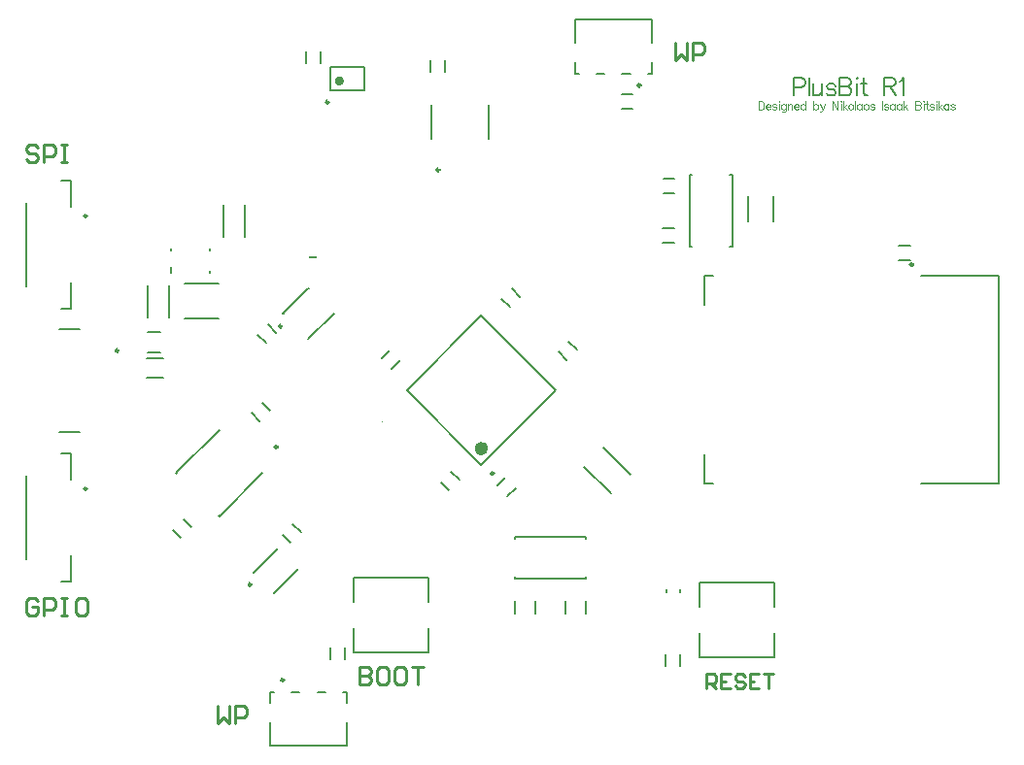
<source format=gbr>
%TF.GenerationSoftware,Altium Limited,Altium Designer,25.3.3 (18)*%
G04 Layer_Color=65535*
%FSLAX45Y45*%
%MOMM*%
%TF.SameCoordinates,C60B5D50-6102-498E-8A7F-52ABF2EF578F*%
%TF.FilePolarity,Positive*%
%TF.FileFunction,Legend,Top*%
%TF.Part,Single*%
G01*
G75*
%TA.AperFunction,NonConductor*%
%ADD68C,0.25000*%
%ADD69C,0.10000*%
%ADD70C,0.60000*%
%ADD71C,0.40000*%
%ADD72C,0.20000*%
%ADD73C,0.25400*%
%ADD74R,0.80000X0.15000*%
D68*
X13625000Y8508150D02*
G03*
X13625000Y8508150I-12500J0D01*
G01*
X8123548Y7970398D02*
G03*
X8123548Y7970398I-12500J0D01*
G01*
X9970459Y6687715D02*
G03*
X9970459Y6687715I-12500J0D01*
G01*
X11251000Y10072000D02*
G03*
X11251000Y10072000I-12500J0D01*
G01*
X8532500Y9925000D02*
G03*
X8532500Y9925000I-12500J0D01*
G01*
X6701000Y7758000D02*
G03*
X6701000Y7758000I-12500J0D01*
G01*
X6425000Y8932500D02*
G03*
X6425000Y8932500I-12500J0D01*
G01*
Y6552500D02*
G03*
X6425000Y6552500I-12500J0D01*
G01*
X8141500Y4885500D02*
G03*
X8141500Y4885500I-12500J0D01*
G01*
X8086322Y6915921D02*
G03*
X8086322Y6915921I-12500J0D01*
G01*
X9497400Y9333150D02*
G03*
X9497400Y9333150I-12500J0D01*
G01*
X7858726Y5717292D02*
G03*
X7858726Y5717292I-12500J0D01*
G01*
D69*
X9259925Y7014322D02*
G03*
X9259925Y7014322I-5000J0D01*
G01*
X9002575Y7135678D02*
G03*
X9002575Y7135678I-5000J0D01*
G01*
X9055075Y6923178D02*
G03*
X9055075Y6923178I-5000J0D01*
G01*
X12280000Y9930814D02*
Y9860828D01*
Y9930814D02*
X12303328D01*
X12313326Y9927481D01*
X12319992Y9920816D01*
X12323324Y9914150D01*
X12326657Y9904152D01*
Y9887489D01*
X12323324Y9877492D01*
X12319992Y9870826D01*
X12313326Y9864161D01*
X12303328Y9860828D01*
X12280000D01*
X12342320Y9887489D02*
X12382312D01*
Y9894155D01*
X12378979Y9900820D01*
X12375647Y9904152D01*
X12368981Y9907485D01*
X12358983D01*
X12352318Y9904152D01*
X12345653Y9897487D01*
X12342320Y9887489D01*
Y9880824D01*
X12345653Y9870826D01*
X12352318Y9864161D01*
X12358983Y9860828D01*
X12368981D01*
X12375647Y9864161D01*
X12382312Y9870826D01*
X12433967Y9897487D02*
X12430635Y9904152D01*
X12420637Y9907485D01*
X12410639D01*
X12400641Y9904152D01*
X12397308Y9897487D01*
X12400641Y9890822D01*
X12407306Y9887489D01*
X12423970Y9884157D01*
X12430635Y9880824D01*
X12433967Y9874159D01*
Y9870826D01*
X12430635Y9864161D01*
X12420637Y9860828D01*
X12410639D01*
X12400641Y9864161D01*
X12397308Y9870826D01*
X12455296Y9930814D02*
X12458629Y9927481D01*
X12461961Y9930814D01*
X12458629Y9934146D01*
X12455296Y9930814D01*
X12458629Y9907485D02*
Y9860828D01*
X12514284Y9907485D02*
Y9854163D01*
X12510951Y9844165D01*
X12507618Y9840833D01*
X12500953Y9837500D01*
X12490955D01*
X12484290Y9840833D01*
X12514284Y9897487D02*
X12507618Y9904152D01*
X12500953Y9907485D01*
X12490955D01*
X12484290Y9904152D01*
X12477625Y9897487D01*
X12474292Y9887489D01*
Y9880824D01*
X12477625Y9870826D01*
X12484290Y9864161D01*
X12490955Y9860828D01*
X12500953D01*
X12507618Y9864161D01*
X12514284Y9870826D01*
X12532946Y9907485D02*
Y9860828D01*
Y9894155D02*
X12542944Y9904152D01*
X12549609Y9907485D01*
X12559607D01*
X12566273Y9904152D01*
X12569605Y9894155D01*
Y9860828D01*
X12587934Y9887489D02*
X12627926D01*
Y9894155D01*
X12624593Y9900820D01*
X12621261Y9904152D01*
X12614596Y9907485D01*
X12604598D01*
X12597932Y9904152D01*
X12591267Y9897487D01*
X12587934Y9887489D01*
Y9880824D01*
X12591267Y9870826D01*
X12597932Y9864161D01*
X12604598Y9860828D01*
X12614596D01*
X12621261Y9864161D01*
X12627926Y9870826D01*
X12682914Y9930814D02*
Y9860828D01*
Y9897487D02*
X12676249Y9904152D01*
X12669584Y9907485D01*
X12659586D01*
X12652921Y9904152D01*
X12646255Y9897487D01*
X12642923Y9887489D01*
Y9880824D01*
X12646255Y9870826D01*
X12652921Y9864161D01*
X12659586Y9860828D01*
X12669584D01*
X12676249Y9864161D01*
X12682914Y9870826D01*
X12756565Y9930814D02*
Y9860828D01*
Y9897487D02*
X12763230Y9904152D01*
X12769895Y9907485D01*
X12779893D01*
X12786559Y9904152D01*
X12793224Y9897487D01*
X12796557Y9887489D01*
Y9880824D01*
X12793224Y9870826D01*
X12786559Y9864161D01*
X12779893Y9860828D01*
X12769895D01*
X12763230Y9864161D01*
X12756565Y9870826D01*
X12814886Y9907485D02*
X12834882Y9860828D01*
X12854877Y9907485D02*
X12834882Y9860828D01*
X12828217Y9847498D01*
X12821552Y9840833D01*
X12814886Y9837500D01*
X12811552D01*
X12921530Y9930814D02*
Y9860828D01*
Y9930814D02*
X12968185Y9860828D01*
Y9930814D02*
Y9860828D01*
X12994180Y9930814D02*
X12997514Y9927481D01*
X13000845Y9930814D01*
X12997514Y9934146D01*
X12994180Y9930814D01*
X12997514Y9907485D02*
Y9860828D01*
X13013177Y9930814D02*
Y9860828D01*
X13046503Y9907485D02*
X13013177Y9874159D01*
X13026508Y9887489D02*
X13049835Y9860828D01*
X13077496Y9907485D02*
X13070831Y9904152D01*
X13064166Y9897487D01*
X13060834Y9887489D01*
Y9880824D01*
X13064166Y9870826D01*
X13070831Y9864161D01*
X13077496Y9860828D01*
X13087494D01*
X13094159Y9864161D01*
X13100826Y9870826D01*
X13104156Y9880824D01*
Y9887489D01*
X13100826Y9897487D01*
X13094159Y9904152D01*
X13087494Y9907485D01*
X13077496D01*
X13119487Y9930814D02*
Y9860828D01*
X13174142Y9907485D02*
Y9860828D01*
Y9897487D02*
X13167477Y9904152D01*
X13160812Y9907485D01*
X13150813D01*
X13144148Y9904152D01*
X13137485Y9897487D01*
X13134151Y9887489D01*
Y9880824D01*
X13137485Y9870826D01*
X13144148Y9864161D01*
X13150813Y9860828D01*
X13160812D01*
X13167477Y9864161D01*
X13174142Y9870826D01*
X13209468Y9907485D02*
X13202803Y9904152D01*
X13196138Y9897487D01*
X13192805Y9887489D01*
Y9880824D01*
X13196138Y9870826D01*
X13202803Y9864161D01*
X13209468Y9860828D01*
X13219466D01*
X13226132Y9864161D01*
X13232797Y9870826D01*
X13236130Y9880824D01*
Y9887489D01*
X13232797Y9897487D01*
X13226132Y9904152D01*
X13219466Y9907485D01*
X13209468D01*
X13288118Y9897487D02*
X13284785Y9904152D01*
X13274788Y9907485D01*
X13264790D01*
X13254791Y9904152D01*
X13251459Y9897487D01*
X13254791Y9890822D01*
X13261456Y9887489D01*
X13278120Y9884157D01*
X13284785Y9880824D01*
X13288118Y9874159D01*
Y9870826D01*
X13284785Y9864161D01*
X13274788Y9860828D01*
X13264790D01*
X13254791Y9864161D01*
X13251459Y9870826D01*
X13357770Y9930814D02*
Y9860828D01*
X13409093Y9897487D02*
X13405760Y9904152D01*
X13395763Y9907485D01*
X13385764D01*
X13375766Y9904152D01*
X13372433Y9897487D01*
X13375766Y9890822D01*
X13382433Y9887489D01*
X13399095Y9884157D01*
X13405760Y9880824D01*
X13409093Y9874159D01*
Y9870826D01*
X13405760Y9864161D01*
X13395763Y9860828D01*
X13385764D01*
X13375766Y9864161D01*
X13372433Y9870826D01*
X13463748Y9907485D02*
Y9860828D01*
Y9897487D02*
X13457083Y9904152D01*
X13450417Y9907485D01*
X13440419D01*
X13433754Y9904152D01*
X13427089Y9897487D01*
X13423756Y9887489D01*
Y9880824D01*
X13427089Y9870826D01*
X13433754Y9864161D01*
X13440419Y9860828D01*
X13450417D01*
X13457083Y9864161D01*
X13463748Y9870826D01*
X13522401Y9907485D02*
Y9860828D01*
Y9897487D02*
X13515736Y9904152D01*
X13509071Y9907485D01*
X13499074D01*
X13492409Y9904152D01*
X13485744Y9897487D01*
X13482410Y9887489D01*
Y9880824D01*
X13485744Y9870826D01*
X13492409Y9864161D01*
X13499074Y9860828D01*
X13509071D01*
X13515736Y9864161D01*
X13522401Y9870826D01*
X13541064Y9930814D02*
Y9860828D01*
X13574391Y9907485D02*
X13541064Y9874159D01*
X13554395Y9887489D02*
X13577724Y9860828D01*
X13643709Y9930814D02*
Y9860828D01*
Y9930814D02*
X13673703D01*
X13683701Y9927481D01*
X13687033Y9924148D01*
X13690366Y9917483D01*
Y9910818D01*
X13687033Y9904152D01*
X13683701Y9900820D01*
X13673703Y9897487D01*
X13643709D02*
X13673703D01*
X13683701Y9894155D01*
X13687033Y9890822D01*
X13690366Y9884157D01*
Y9874159D01*
X13687033Y9867494D01*
X13683701Y9864161D01*
X13673703Y9860828D01*
X13643709D01*
X13712695Y9930814D02*
X13716026Y9927481D01*
X13719360Y9930814D01*
X13716026Y9934146D01*
X13712695Y9930814D01*
X13716026Y9907485D02*
Y9860828D01*
X13741689Y9930814D02*
Y9874159D01*
X13745021Y9864161D01*
X13751686Y9860828D01*
X13758353D01*
X13731691Y9907485D02*
X13755019D01*
X13805008Y9897487D02*
X13801675Y9904152D01*
X13791678Y9907485D01*
X13781680D01*
X13771683Y9904152D01*
X13768349Y9897487D01*
X13771683Y9890822D01*
X13778346Y9887489D01*
X13795010Y9884157D01*
X13801675Y9880824D01*
X13805008Y9874159D01*
Y9870826D01*
X13801675Y9864161D01*
X13791678Y9860828D01*
X13781680D01*
X13771683Y9864161D01*
X13768349Y9870826D01*
X13826337Y9930814D02*
X13829671Y9927481D01*
X13833002Y9930814D01*
X13829671Y9934146D01*
X13826337Y9930814D01*
X13829671Y9907485D02*
Y9860828D01*
X13845332Y9930814D02*
Y9860828D01*
X13878659Y9907485D02*
X13845332Y9874159D01*
X13858662Y9887489D02*
X13881992Y9860828D01*
X13932980Y9907485D02*
Y9860828D01*
Y9897487D02*
X13926315Y9904152D01*
X13919650Y9907485D01*
X13909653D01*
X13902988Y9904152D01*
X13896323Y9897487D01*
X13892989Y9887489D01*
Y9880824D01*
X13896323Y9870826D01*
X13902988Y9864161D01*
X13909653Y9860828D01*
X13919650D01*
X13926315Y9864161D01*
X13932980Y9870826D01*
X13988303Y9897487D02*
X13984970Y9904152D01*
X13974973Y9907485D01*
X13964973D01*
X13954976Y9904152D01*
X13951643Y9897487D01*
X13954976Y9890822D01*
X13961642Y9887489D01*
X13978305Y9884157D01*
X13984970Y9880824D01*
X13988303Y9874159D01*
Y9870826D01*
X13984970Y9864161D01*
X13974973Y9860828D01*
X13964973D01*
X13954976Y9864161D01*
X13951643Y9870826D01*
D70*
X9892500Y6903383D02*
G03*
X9892500Y6903383I-30000J0D01*
G01*
D71*
X8645000Y10110000D02*
G03*
X8645000Y10110000I-20000J0D01*
G01*
D72*
X13695000Y8410650D02*
X14369000D01*
X11804000D02*
X11879000D01*
X11804000Y6595650D02*
Y6849150D01*
Y8157150D02*
Y8410650D01*
X13695000Y6595650D02*
X14369000D01*
X11804000D02*
X11879000D01*
X14369000D02*
Y8410650D01*
X12190000Y8880800D02*
Y9109199D01*
X12410000Y9109199D02*
X12410000Y8880800D01*
X13502499Y8549000D02*
X13602499D01*
X13502499Y8676000D02*
X13602499D01*
X11445000Y8828499D02*
X11545001D01*
X11445000Y8701499D02*
X11545000D01*
X12030000Y9287499D02*
X12047500Y9287499D01*
X11677500D02*
X11695000Y9287499D01*
X11677500Y8667499D02*
Y9287499D01*
X12030000Y8667499D02*
X12047500Y8667499D01*
X11677500D02*
X11695000Y8667499D01*
X12047500Y8667499D02*
Y9287499D01*
X11447501Y9255999D02*
X11547500D01*
X11447501Y9128999D02*
X11547500D01*
X7913960Y7896238D02*
X7984670Y7825528D01*
X8003762Y7986041D02*
X8074472Y7915330D01*
X8132262Y8080000D02*
X8355000Y8302739D01*
X8574203Y8083536D02*
X8577739Y8080000D01*
X8355000Y8302739D02*
X8358535Y8299203D01*
X8355000Y7857261D02*
X8577739Y8080000D01*
X8351465Y7860797D02*
X8355000Y7857261D01*
X8132262Y8080000D02*
X8135797Y8076465D01*
X6956893Y8044393D02*
Y8325606D01*
X7138107Y8044393D02*
Y8325606D01*
X7272189Y8040000D02*
X7572810D01*
X7272189Y8340000D02*
X7572810D01*
X9862500Y6761961D02*
X10513038Y7412500D01*
X9211962D02*
X9862500Y8063038D01*
X9211962Y7412500D02*
X9862500Y6761961D01*
Y8063038D02*
X10513038Y7412500D01*
X9082830Y7600528D02*
X9153541Y7671238D01*
X8993028Y7690330D02*
X9063738Y7761041D01*
X9599546Y6700257D02*
X9670257Y6629546D01*
X9509743Y6610454D02*
X9580454Y6539743D01*
X10534743Y7747954D02*
X10605454Y7677243D01*
X10624546Y7837757D02*
X10695257Y7767046D01*
X11347500Y10175000D02*
X11347500Y10269500D01*
X11347500Y10645000D02*
X11347500Y10444500D01*
X10677500Y10645000D02*
X11347500Y10645000D01*
X10677500Y10175000D02*
Y10269500D01*
Y10444500D02*
Y10645000D01*
Y10175000D02*
X10710000Y10175000D01*
X10865000D02*
X10935000Y10175000D01*
X11090000D02*
X11160000D01*
X11315000D02*
X11347500Y10175000D01*
X8845000Y10030000D02*
X8845000Y10230000D01*
X8545000D02*
X8545000Y10030000D01*
X8545000Y10230000D02*
X8845000D01*
X8545000Y10030000D02*
X8845000D01*
X6180000Y7043500D02*
X6365000D01*
X6180000Y7947500D02*
X6365000D01*
X5897500Y8320000D02*
Y9045000D01*
X6205000Y9242500D02*
X6287500D01*
Y8122500D02*
Y8355000D01*
Y9010000D02*
Y9242500D01*
X6205000Y8122500D02*
X6287500D01*
X5897500Y5940000D02*
Y6665000D01*
X6205000Y6862500D02*
X6287500Y6862500D01*
X6287500Y5742500D02*
Y5975000D01*
X6287500Y6630000D02*
Y6862500D01*
X6205000Y5742500D02*
X6287500D01*
X10129546Y8297757D02*
X10200256Y8227046D01*
X10039743Y8207954D02*
X10110454Y8137244D01*
X10089546Y6489743D02*
X10160257Y6560454D01*
X9999743Y6579546D02*
X10070454Y6650256D01*
X10926412Y6912696D02*
X11160196Y6678912D01*
X10759804Y6746088D02*
X10993588Y6512304D01*
X8020000Y4688000D02*
Y4782500D01*
Y4312500D02*
Y4513000D01*
Y4312500D02*
X8690000D01*
Y4688000D02*
Y4782500D01*
Y4312500D02*
Y4513000D01*
X8657500Y4782500D02*
X8690000D01*
X8432500D02*
X8502500D01*
X8207500D02*
X8277500D01*
X8020000D02*
X8052500D01*
X7859743Y7215454D02*
X7930454Y7144743D01*
X7949546Y7305257D02*
X8020257Y7234546D01*
X7578847Y6311344D02*
X7957150Y6689647D01*
X7199838Y6690354D02*
X7205141Y6685050D01*
X7573544Y6316648D02*
X7578847Y6311344D01*
X7199838Y6690354D02*
X7578140Y7068656D01*
X7583444Y7063353D01*
X7951846Y6694950D02*
X7957150Y6689647D01*
X7174743Y6195454D02*
X7245454Y6124744D01*
X7264546Y6285257D02*
X7335256Y6214546D01*
X11082500Y9993500D02*
X11182500D01*
X11082500Y9866500D02*
X11182500D01*
X9421500Y10190000D02*
Y10290000D01*
X9548500Y10190000D02*
Y10290000D01*
X9428600Y9603150D02*
Y9896850D01*
X9926400Y9603150D02*
Y9896850D01*
X8129743Y6152954D02*
X8200454Y6082243D01*
X8219546Y6242757D02*
X8290257Y6172046D01*
X7874510Y5823358D02*
X8086642Y6035490D01*
X8058358Y5639510D02*
X8270490Y5851642D01*
X8458500Y10267500D02*
Y10367500D01*
X8331500Y10267500D02*
Y10367500D01*
X6957500Y7740000D02*
X7062500D01*
X6957500Y7920000D02*
X7062500D01*
X6942500Y7522500D02*
X7092500D01*
X6942500Y7692500D02*
X7092500D01*
X8544000Y5065000D02*
Y5165000D01*
X8671000Y5065000D02*
Y5165000D01*
X11764880Y5522000D02*
Y5732620D01*
Y5082380D02*
Y5293000D01*
Y5082380D02*
X12415120D01*
Y5522000D02*
Y5732620D01*
Y5082380D02*
Y5293000D01*
X11764880Y5732620D02*
X12415120D01*
X11469000Y5005000D02*
Y5105000D01*
X11596000Y5005000D02*
Y5105000D01*
X10595000Y5467500D02*
Y5577500D01*
X10775000Y5467500D02*
Y5577500D01*
X10152500Y6117500D02*
Y6135000D01*
Y5765000D02*
Y5782500D01*
Y5765000D02*
X10772500D01*
Y6117500D02*
Y6135000D01*
Y5765000D02*
Y5782500D01*
X10152500Y6135000D02*
X10772500D01*
X10152500Y5465000D02*
Y5575000D01*
X10332500Y5465000D02*
Y5575000D01*
X7155000Y8437500D02*
Y8490000D01*
Y8632500D02*
Y8647500D01*
X7494999Y8632500D02*
Y8647500D01*
Y8437499D02*
Y8452500D01*
X7616893Y8749393D02*
Y9030607D01*
X7798107Y8749393D02*
Y9030607D01*
X11477500Y5652500D02*
Y5672500D01*
X11592500Y5652500D02*
Y5672500D01*
X8747380Y5569500D02*
Y5780120D01*
Y5129880D02*
Y5340500D01*
Y5129880D02*
X9397620D01*
Y5569500D02*
Y5780120D01*
Y5129880D02*
Y5340500D01*
X8747380Y5780120D02*
X9397620D01*
X12582500Y10055056D02*
X12647800D01*
X12669567Y10062311D01*
X12676823Y10069567D01*
X12684078Y10084078D01*
Y10105845D01*
X12676823Y10120356D01*
X12669567Y10127612D01*
X12647800Y10134867D01*
X12582500D01*
Y9982500D01*
X12718180Y10134867D02*
Y9982500D01*
X12750104Y10084078D02*
Y10011522D01*
X12757360Y9989755D01*
X12771871Y9982500D01*
X12793638D01*
X12808150Y9989755D01*
X12829915Y10011522D01*
Y10084078D02*
Y9982500D01*
X12949632Y10062311D02*
X12942377Y10076823D01*
X12920610Y10084078D01*
X12898843D01*
X12877077Y10076823D01*
X12869821Y10062311D01*
X12877077Y10047800D01*
X12891588Y10040545D01*
X12927866Y10033289D01*
X12942377Y10026034D01*
X12949632Y10011522D01*
Y10004267D01*
X12942377Y9989755D01*
X12920610Y9982500D01*
X12898843D01*
X12877077Y9989755D01*
X12869821Y10004267D01*
X12981557Y10134867D02*
Y9982500D01*
Y10134867D02*
X13046858D01*
X13068625Y10127612D01*
X13075880Y10120356D01*
X13083136Y10105845D01*
Y10091334D01*
X13075880Y10076823D01*
X13068625Y10069567D01*
X13046858Y10062311D01*
X12981557D02*
X13046858D01*
X13068625Y10055056D01*
X13075880Y10047800D01*
X13083136Y10033289D01*
Y10011522D01*
X13075880Y9997011D01*
X13068625Y9989755D01*
X13046858Y9982500D01*
X12981557D01*
X13131747Y10134867D02*
X13139005Y10127612D01*
X13146259Y10134867D01*
X13139005Y10142123D01*
X13131747Y10134867D01*
X13139005Y10084078D02*
Y9982500D01*
X13194872Y10134867D02*
Y10011522D01*
X13202127Y9989755D01*
X13216640Y9982500D01*
X13231149D01*
X13173105Y10084078D02*
X13223894D01*
X13372633Y10134867D02*
Y9982500D01*
Y10134867D02*
X13437933D01*
X13459702Y10127612D01*
X13466956Y10120356D01*
X13474213Y10105845D01*
Y10091334D01*
X13466956Y10076823D01*
X13459702Y10069567D01*
X13437933Y10062311D01*
X13372633D01*
X13423422D02*
X13474213Y9982500D01*
X13508313Y10105845D02*
X13522824Y10113101D01*
X13544591Y10134867D01*
Y9982500D01*
D73*
X11552900Y10440251D02*
Y10287900D01*
X11603683Y10338683D01*
X11654467Y10287900D01*
Y10440251D01*
X11705251Y10287900D02*
Y10440251D01*
X11781426D01*
X11806818Y10414859D01*
Y10364075D01*
X11781426Y10338683D01*
X11705251D01*
X8800400Y5000251D02*
Y4847900D01*
X8876575D01*
X8901967Y4873292D01*
Y4898683D01*
X8876575Y4924075D01*
X8800400D01*
X8876575D01*
X8901967Y4949467D01*
Y4974859D01*
X8876575Y5000251D01*
X8800400D01*
X9028926D02*
X8978143D01*
X8952751Y4974859D01*
Y4873292D01*
X8978143Y4847900D01*
X9028926D01*
X9054318Y4873292D01*
Y4974859D01*
X9028926Y5000251D01*
X9181277D02*
X9130493D01*
X9105101Y4974859D01*
Y4873292D01*
X9130493Y4847900D01*
X9181277D01*
X9206669Y4873292D01*
Y4974859D01*
X9181277Y5000251D01*
X9257452D02*
X9359019D01*
X9308236D01*
Y4847900D01*
X5994467Y9524859D02*
X5969075Y9550251D01*
X5918292D01*
X5892900Y9524859D01*
Y9499467D01*
X5918292Y9474075D01*
X5969075D01*
X5994467Y9448683D01*
Y9423292D01*
X5969075Y9397900D01*
X5918292D01*
X5892900Y9423292D01*
X6045251Y9397900D02*
Y9550251D01*
X6121426D01*
X6146818Y9524859D01*
Y9474075D01*
X6121426Y9448683D01*
X6045251D01*
X6197602Y9550251D02*
X6248385D01*
X6222993D01*
Y9397900D01*
X6197602D01*
X6248385D01*
X6001967Y5574859D02*
X5976575Y5600251D01*
X5925792D01*
X5900400Y5574859D01*
Y5473292D01*
X5925792Y5447900D01*
X5976575D01*
X6001967Y5473292D01*
Y5524075D01*
X5951183D01*
X6052751Y5447900D02*
Y5600251D01*
X6128926D01*
X6154318Y5574859D01*
Y5524075D01*
X6128926Y5498683D01*
X6052751D01*
X6205101Y5600251D02*
X6255885D01*
X6230493D01*
Y5447900D01*
X6205101D01*
X6255885D01*
X6408236Y5600251D02*
X6357452D01*
X6332060Y5574859D01*
Y5473292D01*
X6357452Y5447900D01*
X6408236D01*
X6433627Y5473292D01*
Y5574859D01*
X6408236Y5600251D01*
X11825400Y4812900D02*
Y4937860D01*
X11887880D01*
X11908706Y4917033D01*
Y4875380D01*
X11887880Y4854553D01*
X11825400D01*
X11867053D02*
X11908706Y4812900D01*
X12033666Y4937860D02*
X11950360D01*
Y4812900D01*
X12033666D01*
X11950360Y4875380D02*
X11992013D01*
X12158626Y4917033D02*
X12137799Y4937860D01*
X12096146D01*
X12075319Y4917033D01*
Y4896206D01*
X12096146Y4875380D01*
X12137799D01*
X12158626Y4854553D01*
Y4833726D01*
X12137799Y4812900D01*
X12096146D01*
X12075319Y4833726D01*
X12283585Y4937860D02*
X12200279D01*
Y4812900D01*
X12283585D01*
X12200279Y4875380D02*
X12241932D01*
X12325238Y4937860D02*
X12408545D01*
X12366892D01*
Y4812900D01*
X7560400Y4657751D02*
Y4505400D01*
X7611183Y4556183D01*
X7661967Y4505400D01*
Y4657751D01*
X7712751Y4505400D02*
Y4657751D01*
X7788926D01*
X7814318Y4632359D01*
Y4581575D01*
X7788926Y4556183D01*
X7712751D01*
D74*
X8392430Y8575005D02*
D03*
%TF.MD5,e7063d2ef4972e3890733213fc535978*%
M02*

</source>
